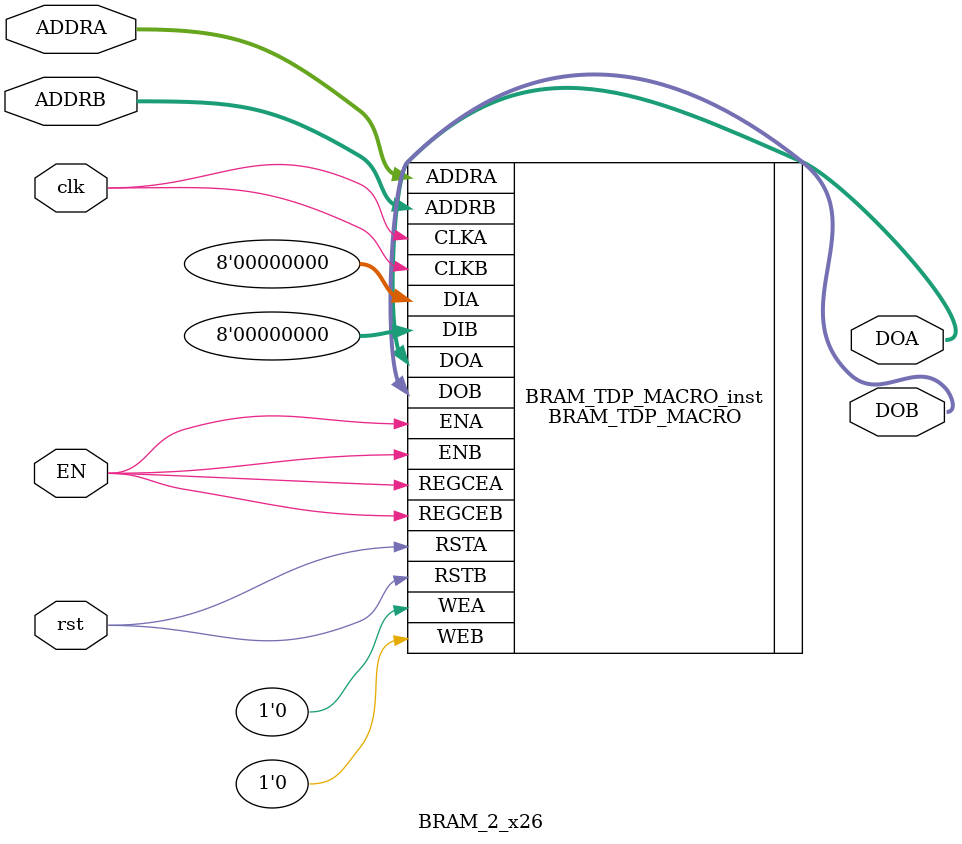
<source format=v>

module BRAM_2_x26(
    input [9:0] ADDRA,
    input [9:0] ADDRB,
    input clk,
    input rst, input EN,
    output [7:0] DOA,
    output [7:0] DOB
    );



// Spartan-6
// Xilinx HDL Libraries Guide, version 14.7
//////////////////////////////////////////////////////////////////////////
// DATA_WIDTH_A/B | BRAM_SIZE | RAM Depth | ADDRA/B Width | WEA/B Width //
// ===============|===========|===========|===============|=============//
// 19-36 | "18Kb" | 512 | 9-bit | 4-bit //
// 10-18 | "18Kb" | 1024 | 10-bit | 2-bit //
// 10-18 | "9Kb" | 512 | 9-bit | 2-bit //
// 5-9 | "18Kb" | 2048 | 11-bit | 1-bit //
// 5-9 | "9Kb" | 1024 | 10-bit | 1-bit //
// 3-4 | "18Kb" | 4096 | 12-bit | 1-bit //
// 3-4 | "9Kb" | 2048 | 11-bit | 1-bit //
// 2 | "18Kb" | 8192 | 13-bit | 1-bit //
// 2 | "9Kb" | 4096 | 12-bit | 1-bit //
// 1 | "18Kb" | 16384 | 14-bit | 1-bit //
// 1 | "9Kb" | 8192 | 12-bit | 1-bit //
//////////////////////////////////////////////////////////////////////////
BRAM_TDP_MACRO #(
	.BRAM_SIZE("9Kb"), // Target BRAM: "9Kb" or "18Kb"
	.DEVICE("SPARTAN6"), // Target device: "VIRTEX5", "VIRTEX6", "SPARTAN6"
	.DOA_REG(1), // Optional port A output register (0 or 1)
	.DOB_REG(1), // Optional port B output register (0 or 1)
	.INIT_A(36'h0123), // Initial values on port A output port
	.INIT_B(36'h3210), // Initial values on port B output port
	.INIT_FILE ("NONE"),
	.READ_WIDTH_A (8), // Valid values are 1-36
	.READ_WIDTH_B (8), // Valid values are 1-36
	.SIM_COLLISION_CHECK ("NONE"), // Collision check enable "ALL", "WARNING_ONLY",
	// "GENERATE_X_ONLY" or "NONE"
	.SRVAL_A(36'h00000000), // Set/Reset value for port A output
	.SRVAL_B(36'h00000000), // Set/Reset value for port B output
	.WRITE_MODE_A("WRITE_FIRST"), // "WRITE_FIRST", "READ_FIRST", or "NO_CHANGE"
	.WRITE_MODE_B("WRITE_FIRST"), // "WRITE_FIRST", "READ_FIRST", or "NO_CHANGE"
	.WRITE_WIDTH_A(8), // Valid values are 1-36
	.WRITE_WIDTH_B(8), // Valid values are 1-36
	
.INIT_00(256'hA2C219493CB99CBB70DCB428D07C0A04543411E30000000055D0150200000000),
.INIT_01(256'h3EEA3EDA8356D6A158BDCB1EBDBC7EDD7E079972D82534C9C1A0CF3C00000000),
.INIT_02(256'h580695FB428B305B69FBDB7912F21A58C1D320A0000000009F687B1E00000000),
.INIT_03(256'h909CE9D5FB8473AEE1DC0B068D26939AC12C8DF2A0BB4358D52070178C6A8365),
.INIT_04(256'hC35554F20BB22D36069EAE0694C688783E56916BEF2DAF6DB4FB5E8300000000),
.INIT_05(256'hB1939D8FBB52682303D2FC1D35CA306D36473BD8F4CB5867C16A655C00000000),
.INIT_06(256'h2D9DA32320CDBBF43987880631379034060462F203D92CF6E1C4C077DEC6B1A9),
.INIT_07(256'h1FFD25F782D9E31A88996140763BC12E30CDF99674B5B8795E793E8B46B826D8),
.INIT_08(256'h5939E2B2C74267408B274FD32B87F1FFAFCFEA18FBFBFBFBAE2BEEF9FBFBFBFB),
.INIT_09(256'hC511C52178AD2D5AA34630E54647852685FC628923DECF323A5B34C7FBFBFBFB),
.INIT_0A(256'hA3FD6E00B970CBA092002082E909E1A33A28DB5BFBFBFBFB649380E5FBFBFBFB),
.INIT_0B(256'h6B67122E007F88551A27F0FD76DD68613AD776095B40B8A32EDB8BEC7791789E),
.INIT_0C(256'h38AEAF09F049D6CDFD6555FD6F3D7383C5AD6A9014D654964F00A578FBFBFBFB),
.INIT_0D(256'h4A68667440A993D8F82907E6CE31CB96CDBCC0230F30A39C3A919EA7FBFBFBFB),
.INIT_0E(256'hD66658D8DB36400FC27C73FDCACC6BCFFDFF9909F822D70D1A3F3B8C253D4A52),
.INIT_0F(256'hE406DE0C792218E173629ABB8DC03AD5CB36026D8F4E4382A582C570BD43DD23),
.INIT_10(256'hD74F2C30D656B4FBD0FD18B15CB5092F5311D4DD00000000C15F429700000000),
.INIT_11(256'h836C442F47A20B213BB7040C7D27CD5820A67EB3EF3924F252DEC30400000000),
.INIT_12(256'h435B8C1011CBCBDEEA47163FDE6D334FB32BB86B00000000CA8EC5CA00000000),
.INIT_13(256'h7E9618747A421BECD75C4946BA3D276F3FE478E883D2DD8C19C8910BD35446C1),
.INIT_14(256'hEAD3219C20972E5643DE5049BB7469699F5AAF2173629889C1C91E5D00000000),
.INIT_15(256'h5D13AA609745B7AA3804DC64CFB3F84B5A5BB3F9EF28CF08978D5A0B00000000),
.INIT_16(256'hF78290612B0A05EBF0214F1AF5AC0791588B7CE411CC62BFEDF3267362AEFA36),
.INIT_17(256'h4BCE858404C7919D3FC8E291A6CB2486009068B3830FAE229912D515D398DE95),
.INIT_18(256'h2CB4D7CB2DAD4F002B06E34AA74EF2D4A8EA2F26FBFBFBFB3AA4B96CFBFBFBFB),
.INIT_19(256'h7897BFD4BC59F0DAC04CFFF786DC36A3DB5D854814C2DF09A92538FFFBFBFBFB),
.INIT_1A(256'hB8A077EBEA30302511BCEDC42596C8B448D04390FBFBFBFB31753E31FBFBFBFB),
.INIT_1B(256'h856DE38F81B9E0172CA7B2BD41C6DC94C41F831378292677E2336AF028AFBD3A),
.INIT_1C(256'h1128DA67DB6CD5ADB825ABB2408F929264A154DA889963723A32E5A6FBFBFBFB),
.INIT_1D(256'hA6E8519B6CBE4C51C3FF279F344803B0A1A0480214D334F36C76A1F0FBFBFBFB),
.INIT_1E(256'h0C796B9AD0F1FE100BDAB4E10E57FC6AA370871FEA3799441608DD88995501CD),
.INIT_1F(256'hB0357E7FFF3C6A66C433196A5D30DF7DFB6B934878F455D962E92EEE2863256E),



	
	//===============================================================================
	
	.INIT_20(256'h0000000000000000000000000000000000000000000000000000000000000000),
	.INIT_21(256'h0000000000000000000000000000000000000000000000000000000000000000),
	.INIT_22(256'h0000000000000000000000000000000000000000000000000000000000000000),
	.INIT_23(256'h0000000000000000000000000000000000000000000000000000000000000000),
	.INIT_24(256'h0000000000000000000000000000000000000000000000000000000000000000),
	.INIT_25(256'h0000000000000000000000000000000000000000000000000000000000000000),
	.INIT_26(256'h0000000000000000000000000000000000000000000000000000000000000000),
	.INIT_27(256'h0000000000000000000000000000000000000000000000000000000000000000),
	.INIT_28(256'h0000000000000000000000000000000000000000000000000000000000000000),
	.INIT_29(256'h0000000000000000000000000000000000000000000000000000000000000000),
	.INIT_2A(256'h0000000000000000000000000000000000000000000000000000000000000000),
	.INIT_2B(256'h0000000000000000000000000000000000000000000000000000000000000000),
	.INIT_2C(256'h0000000000000000000000000000000000000000000000000000000000000000),
	.INIT_2D(256'h0000000000000000000000000000000000000000000000000000000000000000),
	.INIT_2E(256'h0000000000000000000000000000000000000000000000000000000000000000),
	.INIT_2F(256'h0000000000000000000000000000000000000000000000000000000000000000),
	.INIT_30(256'h0000000000000000000000000000000000000000000000000000000000000000),
	.INIT_31(256'h0000000000000000000000000000000000000000000000000000000000000000),
	.INIT_32(256'h0000000000000000000000000000000000000000000000000000000000000000),
	.INIT_33(256'h0000000000000000000000000000000000000000000000000000000000000000),
	.INIT_34(256'h0000000000000000000000000000000000000000000000000000000000000000),
	.INIT_35(256'h0000000000000000000000000000000000000000000000000000000000000000),
	.INIT_36(256'h0000000000000000000000000000000000000000000000000000000000000000),
	.INIT_37(256'h0000000000000000000000000000000000000000000000000000000000000000),
	.INIT_38(256'h0000000000000000000000000000000000000000000000000000000000000000),
	.INIT_39(256'h0000000000000000000000000000000000000000000000000000000000000000),
	.INIT_3A(256'h0000000000000000000000000000000000000000000000000000000000000000),
	.INIT_3B(256'h0000000000000000000000000000000000000000000000000000000000000000),
	.INIT_3C(256'h0000000000000000000000000000000000000000000000000000000000000000),
	.INIT_3D(256'h0000000000000000000000000000000000000000000000000000000000000000),
	.INIT_3E(256'h0000000000000000000000000000000000000000000000000000000000000000),
	.INIT_3F(256'h0000000000000000000000000000000000000000000000000000000000000000),


	// The next set of INITP_xx are for the parity bits
	.INITP_00(256'h0000000000000000000000000000000000000000000000000000000000000000),
	.INITP_01(256'h0000000000000000000000000000000000000000000000000000000000000000),
	.INITP_02(256'h0000000000000000000000000000000000000000000000000000000000000000),
	.INITP_03(256'h0000000000000000000000000000000000000000000000000000000000000000),
	// The next set of INITP_xx are for "18Kb" configuration only
	.INITP_04(256'h0000000000000000000000000000000000000000000000000000000000000000),
	.INITP_05(256'h0000000000000000000000000000000000000000000000000000000000000000),
	.INITP_06(256'h0000000000000000000000000000000000000000000000000000000000000000),
	.INITP_07(256'h0000000000000000000000000000000000000000000000000000000000000000)
) BRAM_TDP_MACRO_inst (
	.DOA(DOA), // Output port-A data, width defined by READ_WIDTH_A parameter
	.DOB(DOB), // Output port-B data, width defined by READ_WIDTH_B parameter
	.ADDRA(ADDRA), // Input port-A address, width defined by Port A depth
	.ADDRB(ADDRB), // Input port-B address, width defined by Port B depth
	.CLKA(clk), // 1-bit input port-A clock
	.CLKB(clk), // 1-bit input port-B clock
		.DIA(8'h0), // Input port-A data, width defined by WRITE_WIDTH_A parameter
	.DIB(8'h0), // Input port-B data, width defined by WRITE_WIDTH_B parameter
	.ENA(EN), // 1-bit input port-A enable
	.ENB(EN), // 1-bit input port-B enable
	.REGCEA(EN), // 1-bit input port-A output register enable
	.REGCEB(EN), // 1-bit input port-B output register enable
	.RSTA(rst), // 1-bit input port-A reset
	.RSTB(rst), // 1-bit input port-B reset
	.WEA(1'b0), // Input port-A write enable, width defined by Port A depth
	.WEB(1'b0) // Input port-B write enable, width defined by Port B depth
);
// End of BRAM_TDP_MACRO_inst instantiation
endmodule

</source>
